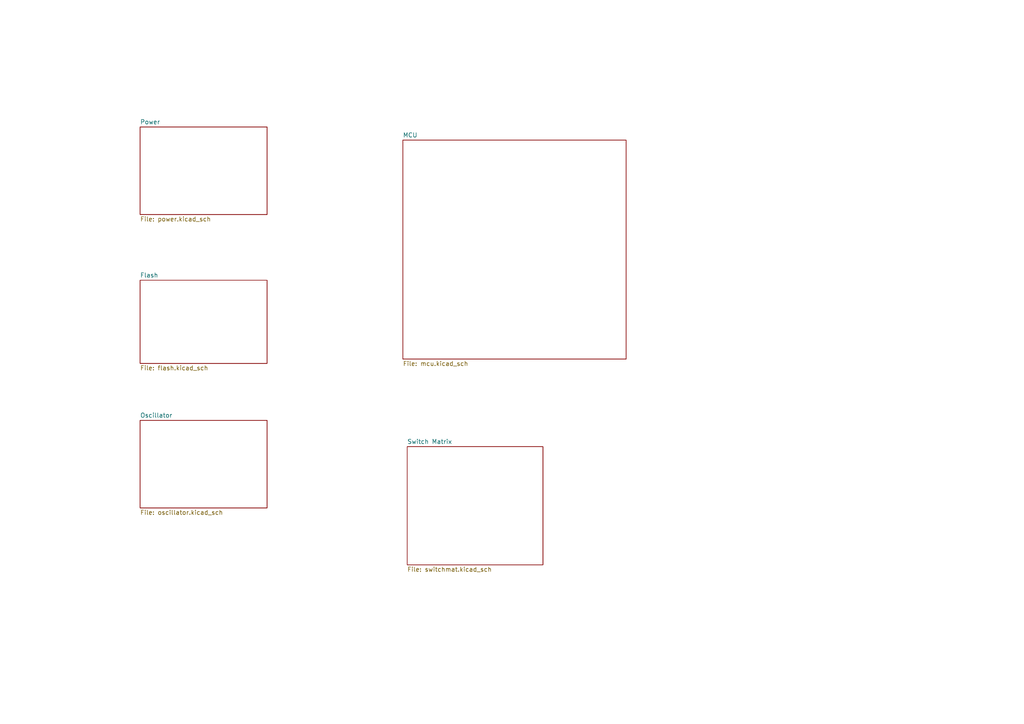
<source format=kicad_sch>
(kicad_sch
	(version 20231120)
	(generator "eeschema")
	(generator_version "8.0")
	(uuid "6dbb65f4-5576-4e18-9627-83014d84ecc4")
	(paper "A4")
	(lib_symbols)
	(sheet
		(at 40.64 121.92)
		(size 36.83 25.4)
		(fields_autoplaced yes)
		(stroke
			(width 0.1524)
			(type solid)
		)
		(fill
			(color 0 0 0 0.0000)
		)
		(uuid "31815c76-57e3-46f4-a3e7-b464abc06b3f")
		(property "Sheetname" "Oscillator"
			(at 40.64 121.2084 0)
			(effects
				(font
					(size 1.27 1.27)
				)
				(justify left bottom)
			)
		)
		(property "Sheetfile" "oscillator.kicad_sch"
			(at 40.64 147.9046 0)
			(effects
				(font
					(size 1.27 1.27)
				)
				(justify left top)
			)
		)
		(instances
			(project "keyboard"
				(path "/6dbb65f4-5576-4e18-9627-83014d84ecc4"
					(page "4")
				)
			)
		)
	)
	(sheet
		(at 40.64 36.83)
		(size 36.83 25.4)
		(fields_autoplaced yes)
		(stroke
			(width 0.1524)
			(type solid)
		)
		(fill
			(color 0 0 0 0.0000)
		)
		(uuid "69cff255-9fa6-4711-8724-a2455d867f76")
		(property "Sheetname" "Power"
			(at 40.64 36.1184 0)
			(effects
				(font
					(size 1.27 1.27)
				)
				(justify left bottom)
			)
		)
		(property "Sheetfile" "power.kicad_sch"
			(at 40.64 62.8146 0)
			(effects
				(font
					(size 1.27 1.27)
				)
				(justify left top)
			)
		)
		(instances
			(project "keyboard"
				(path "/6dbb65f4-5576-4e18-9627-83014d84ecc4"
					(page "2")
				)
			)
		)
	)
	(sheet
		(at 116.84 40.64)
		(size 64.77 63.5)
		(fields_autoplaced yes)
		(stroke
			(width 0.1524)
			(type solid)
		)
		(fill
			(color 0 0 0 0.0000)
		)
		(uuid "6a4662bb-e4d4-4c72-976b-2148666e8c86")
		(property "Sheetname" "MCU"
			(at 116.84 39.9284 0)
			(effects
				(font
					(size 1.27 1.27)
				)
				(justify left bottom)
			)
		)
		(property "Sheetfile" "mcu.kicad_sch"
			(at 116.84 104.7246 0)
			(effects
				(font
					(size 1.27 1.27)
				)
				(justify left top)
			)
		)
		(instances
			(project "keyboard"
				(path "/6dbb65f4-5576-4e18-9627-83014d84ecc4"
					(page "5")
				)
			)
		)
	)
	(sheet
		(at 40.64 81.28)
		(size 36.83 24.13)
		(fields_autoplaced yes)
		(stroke
			(width 0.1524)
			(type solid)
		)
		(fill
			(color 0 0 0 0.0000)
		)
		(uuid "7adace9b-063e-4b7c-921f-8b942603049c")
		(property "Sheetname" "Flash"
			(at 40.64 80.5684 0)
			(effects
				(font
					(size 1.27 1.27)
				)
				(justify left bottom)
			)
		)
		(property "Sheetfile" "flash.kicad_sch"
			(at 40.64 105.9946 0)
			(effects
				(font
					(size 1.27 1.27)
				)
				(justify left top)
			)
		)
		(instances
			(project "keyboard"
				(path "/6dbb65f4-5576-4e18-9627-83014d84ecc4"
					(page "3")
				)
			)
		)
	)
	(sheet
		(at 118.11 129.54)
		(size 39.37 34.29)
		(fields_autoplaced yes)
		(stroke
			(width 0.1524)
			(type solid)
		)
		(fill
			(color 0 0 0 0.0000)
		)
		(uuid "c37fc789-abd5-4847-9b09-92067adc1997")
		(property "Sheetname" "Switch Matrix"
			(at 118.11 128.8284 0)
			(effects
				(font
					(size 1.27 1.27)
				)
				(justify left bottom)
			)
		)
		(property "Sheetfile" "switchmat.kicad_sch"
			(at 118.11 164.4146 0)
			(effects
				(font
					(size 1.27 1.27)
				)
				(justify left top)
			)
		)
		(instances
			(project "keyboard"
				(path "/6dbb65f4-5576-4e18-9627-83014d84ecc4"
					(page "6")
				)
			)
		)
	)
	(sheet_instances
		(path "/"
			(page "1")
		)
	)
)

</source>
